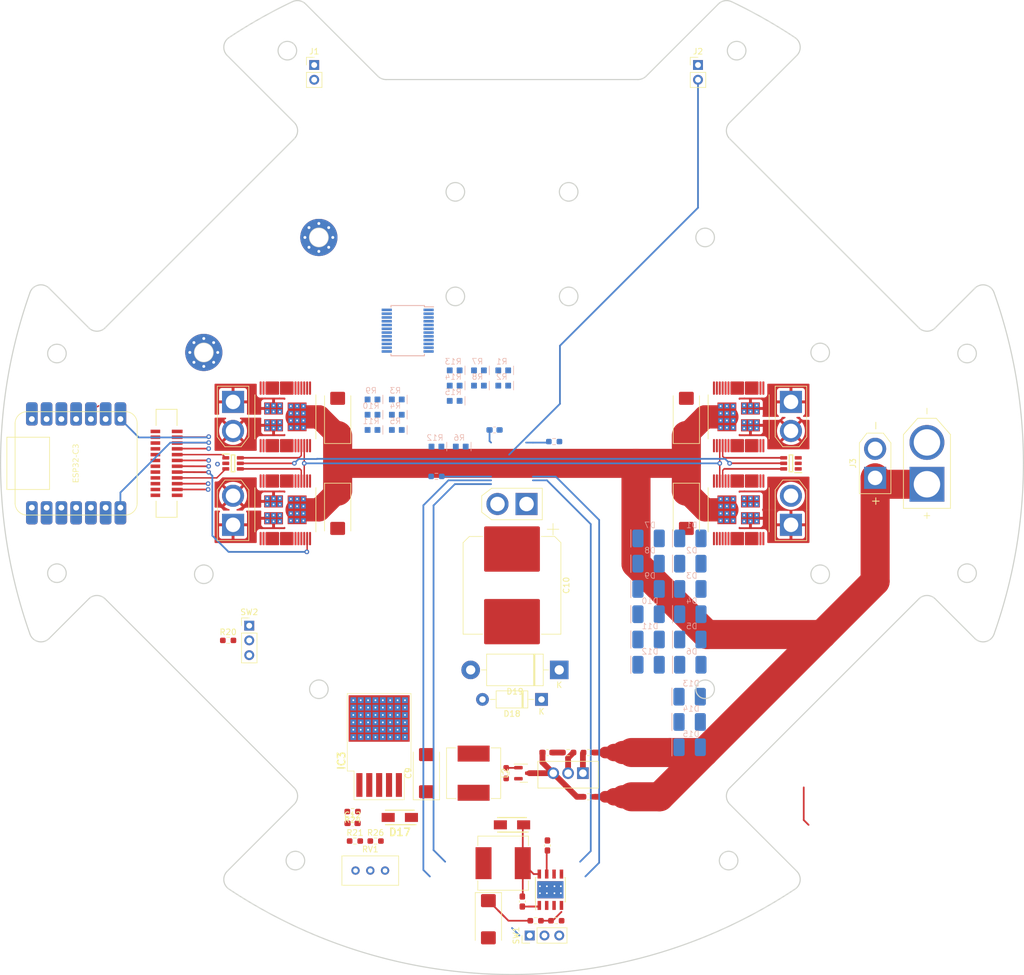
<source format=kicad_pcb>
(kicad_pcb (version 20221018) (generator pcbnew)
  (layers (0 "F.Cu" signal) (31 "B.Cu" signal) (34 "B.Paste" user) (35 "F.Paste" user) (36 "B.SilkS" user "B.Silkscreen") (37 "F.SilkS" user "F.Silkscreen") (38 "B.Mask" user) (39 "F.Mask" user) (44 "Edge.Cuts" user))
  (net 0 "")
  (net 1 "+5V")
  (net 2 "Net-(U3-BOOT)")
  (net 3 "Net-(D16-K)")
  (net 4 "+12V")
  (net 5 "GND")
  (net 6 "/FL DIR")
  (net 7 "/FR DIR")
  (net 8 "/!FR DIR")
  (net 9 "/!FL DIR")
  (net 10 "/BL DIR")
  (net 11 "/BR DIR")
  (net 12 "/!BR DIR")
  (net 13 "/!BL DIR")
  (net 14 "/LG")
  (net 15 "/FL B")
  (net 16 "/FL A")
  (net 17 "/FR B")
  (net 18 "/FR A")
  (net 20 "/TX")
  (net 22 "/RX")
  (net 24 "/FL PWM")
  (net 27 "/FR PWM")
  (net 30 "/BL PWM")
  (net 33 "/BR PWM")
  (net 37 "/BL B")
  (net 38 "/BL A")
  (net 39 "/BR B")
  (net 40 "/BR A")
  (net 41 "Net-(U2-I0)")
  (net 42 "Net-(U2-I1)")
  (net 43 "Net-(U2-I2)")
  (net 44 "Net-(U2-I3)")
  (net 45 "Net-(U2-I4)")
  (net 46 "Net-(U2-I5)")
  (net 47 "Net-(U2-I6)")
  (net 48 "Net-(U2-I7)")
  (net 49 "Net-(U2-I8)")
  (net 50 "Net-(U2-I9)")
  (net 51 "Net-(U2-I10)")
  (net 52 "Net-(U2-I11)")
  (net 53 "Net-(U2-I12)")
  (net 54 "Net-(U2-I13)")
  (net 55 "Net-(U2-I14)")
  (net 56 "/M1")
  (net 57 "Net-(U2-~{E})")
  (net 58 "Net-(U3-VSENSE)")
  (net 59 "/M SW")
  (net 61 "/S0")
  (net 62 "/S1")
  (net 63 "/S2")
  (net 64 "/S3")
  (net 65 "/Sol")
  (net 67 "+3V3")
  (net 70 "/EN 5V")
  (net 80 "Net-(D17-A)")
  (net 81 "+48V")
  (net 82 "Net-(D18-K)")
  (net 83 "Net-(D19-A)")
  (net 84 "Net-(IC3-COMP)")
  (net 85 "Net-(IC3-FDBK)")
  (net 86 "Net-(Q1-Pad1)")
  (net 87 "Net-(Q2-D)")
  (net 88 "Net-(C12-Pad1)")
  (net 89 "Net-(C11-Pad1)")
  (net 90 "Net-(R21-Pad2)")
  (net 92 "Net-(SW2-B)")
  (footprint "Diode_THT:D_DO-201AD_P15.24mm_Horizontal" (layer "F.Cu") (at 114.28557 147.591132 180)
    (fp_text reference "D19")
    (fp_text value "1N5401")
  )
  (footprint "Connector_PinHeader_2.54mm:PinHeader_1x02_P2.54mm_Vertical" (layer "F.Cu") (at 72.12157 43.451132)
    (fp_text reference "J1")
    (fp_text value "LG LED")
  )
  (footprint "Capacitor_SMD:C_0603_1608Metric_Pad1.08x0.95mm_HandSolder" (layer "F.Cu") (at 78.72557 174.007132)
    (fp_text reference "C12")
    (fp_text value "1u")
  )
  (footprint "Capacitor_Tantalum_SMD:CP_EIA-7343-30_AVX-N_Pad2.25x2.55mm_HandSolder" (layer "F.Cu") (at 102.09357 190.517132 -90)
    (fp_text reference "C7" hide)
    (fp_text value "220u" hide)
  )
  (footprint "Resistor_SMD:R_0603_1608Metric_Pad0.98x0.95mm_HandSolder" (layer "F.Cu") (at 113.77757 190.771132)
    (fp_text reference "R19" hide)
    (fp_text value "3K24" hide)
  )
  (footprint "footprints:SOP50P1030X247-39N" (layer "F.Cu") (at 145.15757 104.031132 -90)
    (fp_text reference "U5" hide)
    (fp_text value "VNH5050A-E" hide)
  )
  (footprint "Resistor_SMD:R_0603_1608Metric_Pad0.98x0.95mm_HandSolder" (layer "F.Cu") (at 119.36557 169.435132 180)
    (fp_text reference "R25" hide)
    (fp_text value "10K" hide)
  )
  (footprint "footprints:TO255P1040X460X2890-3" (layer "F.Cu") (at 118.35957 165.371132 180)
    (fp_text reference "Q1" hide)
    (fp_text value "STP75NF75" hide)
  )
  (footprint "footprints:SOT95P280X145-6N" (layer "F.Cu") (at 154.15757 112.031132 180)
    (fp_text reference "IC1" hide)
    (fp_text value "SN74LVC2G04DBVTG4" hide)
  )
  (footprint "Capacitor_SMD:C_0603_1608Metric_Pad1.08x0.95mm_HandSolder" (layer "F.Cu") (at 112.25357 177.817132 90)
    (fp_text reference "C8" hide)
    (fp_text value "10u" hide)
  )
  (footprint "Capacitor_Tantalum_SMD:CP_EIA-7343-31_Kemet-D_Pad2.25x2.55mm_HandSolder" (layer "F.Cu") (at 76.15757 120.031132 -90)
    (fp_text reference "C5" hide)
    (fp_text value "220u" hide)
  )
  (footprint "MountingHole:MountingHole_3.2mm_M3_Pad_Via" (layer "F.Cu") (at 53.124697 92.939008)
    (fp_text reference "REF**" hide)
    (fp_text value "MountingHole_3.2mm_M3_Pad_Via" hide)
  )
  (footprint "Package_TO_SOT_SMD:SOT-23" (layer "F.Cu") (at 108.19957 165.371132)
    (fp_text reference "Q2" hide)
    (fp_text value "AO3400A" hide)
  )
  (footprint "Capacitor_Tantalum_SMD:CP_EIA-7343-31_Kemet-D_Pad2.25x2.55mm_HandSolder" (layer "F.Cu") (at 136.15757 120.031132 -90)
    (fp_text reference "C6" hide)
    (fp_text value "220u" hide)
  )
  (footprint "Inductor_SMD:L_Sunlord_MWSA0804S" (layer "F.Cu") (at 99.55357 165.371132 -90)
    (fp_text reference "L2")
    (fp_text value "150u")
  )
  (footprint "Resistor_SMD:R_0603_1608Metric_Pad0.98x0.95mm_HandSolder" (layer "F.Cu") (at 119.37557 161.815132 180)
    (fp_text reference "R23" hide)
    (fp_text value "1K" hide)
  )
  (footprint "Capacitor_Tantalum_SMD:CP_EIA-7343-31_Kemet-D_Pad2.25x2.55mm_HandSolder" (layer "F.Cu") (at 76.15757 104.031132 90)
    (fp_text reference "C3" hide)
    (fp_text value "220u" hide)
  )
  (footprint "Inductor_SMD:L_Sunlord_MWSA0804S" (layer "F.Cu") (at 104.63357 180.865132 180)
    (fp_text reference "L1" hide)
    (fp_text value "15u" hide)
  )
  (footprint "footprints:SOT95P280X145-6N" (layer "F.Cu") (at 58.15757 112.031132)
    (fp_text reference "IC2" hide)
    (fp_text value "SN74LVC2G04DBVTG4" hide)
  )
  (footprint "Capacitor_SMD:C_0603_1608Metric_Pad1.08x0.95mm_HandSolder" (layer "F.Cu") (at 107.93557 187.469132 90)
    (fp_text reference "C2" hide)
    (fp_text value "10n" hide)
  )
  (footprint "footprints:TO170P1435X465-6N" (layer "F.Cu") (at 83.29757 160.558132 90)
    (fp_text reference "IC3")
    (fp_text value "LM2587S-ADJ_NOPB" hide)
  )
  (footprint "footprints:SOP50P1030X247-39N" (layer "F.Cu") (at 145.15757 120.031132 -90)
    (fp_text reference "U7" hide)
    (fp_text value "VNH5050A-E" hide)
  )
  (footprint "footprints:AMASS_XT30-F" (layer "F.Cu") (at 168.64157 109.451132 90)
    (fp_text reference "J3")
    (fp_text value "ESC")
  )
  (footprint "footprints:AMASS_XT30-F" (layer "F.Cu") (at 103.57757 119.031132 180)
    (fp_text reference "J10" hide)
    (fp_text value "XT30" hide)
  )
  (footprint "MountingHole:MountingHole_3.2mm_M3_Pad_Via" (layer "F.Cu") (at 72.923687 73.140018)
    (fp_text reference "REF**" hide)
    (fp_text value "MountingHole_3.2mm_M3_Pad_Via" hide)
  )
  (footprint "Capacitor_SMD:C_0603_1608Metric_Pad1.08x0.95mm_HandSolder" (layer "F.Cu") (at 112.26357 161.815132 180)
    (fp_text reference "C11" hide)
    (fp_text value "1500pF" hide)
  )
  (footprint "footprints:DIOM5025X220N" (layer "F.Cu") (at 106.15757 174.261132 180)
    (fp_text reference "D16" hide)
    (fp_text value "SS54" hide)
  )
  (footprint "footprints:DIOM5025X220N" (layer "F.Cu") (at 86.85357 172.991132 180)
    (fp_text reference "D17")
    (fp_text value "SS510-HF" hide)
  )
  (footprint "Resistor_SMD:R_0603_1608Metric_Pad0.98x0.95mm_HandSolder" (layer "F.Cu") (at 57.31157 142.511132)
    (fp_text reference "R20")
    (fp_text value "10K")
  )
  (footprint "Capacitor_Tantalum_SMD:CP_EIA-7343-31_Kemet-D_Pad2.25x2.55mm_HandSolder" (layer "F.Cu") (at 136.15757 104.031132 90)
    (fp_text reference "C4" hide)
    (fp_text value "220u" hide)
  )
  (footprint "Connector_PinHeader_2.54mm:PinHeader_1x03_P2.54mm_Vertical" (layer "F.Cu") (at 60.94557 139.971132)
    (fp_text reference "SW2")
    (fp_text value "M SW")
  )
  (footprint "Capacitor_Tantalum_SMD:CP_EIA-7343-31_Kemet-D_Pad2.25x2.55mm_HandSolder" (layer "F.Cu") (at 91.42557 165.371132 90)
    (fp_text reference "C9")
    (fp_text value "220u")
  )
  (footprint "footprints:SOP50P1030X247-39N" (layer "F.Cu") (at 67.15757 104.031132 90)
    (fp_text reference "U4" hide)
    (fp_text value "VNH5050A-E" hide)
  )
  (footprint "footprints:AMASS_XT30-F" (layer "F.Cu") (at 154.15757 117.531132 90)
    (fp_text reference "J9" hide)
    (fp_text value "BR" hide)
  )
  (footprint "footprints:XIAO-ESP32C3-THT" (layer "F.Cu") (at 31.15757 112.031132 90)
    (fp_text reference "U1" hide)
    (fp_text value "Seeed Studio XIAO ESP32C3" hide)
  )
  (footprint "footprints:AMASS_XT30-F" (layer "F.Cu") (at 58.15757 117.531132 90)
    (fp_text reference "J8" hide)
    (fp_text value "BL" hide)
  )
  (footprint "Resistor_SMD:R_0603_1608Metric_Pad0.98x0.95mm_HandSolder" (layer "F.Cu") (at 82.68607 177.055132)
    (fp_text reference "R26")
    (fp_text value "1K5")
  )
  (footprint "Package_SO:TI_SO-PowerPAD-8_ThermalVias" (layer "F.Cu") (at 112.76157 185.437132 90)
    (fp_text reference "U3" hide)
    (fp_text value "TPS5430DDA" hide)
  )
  (footprint "footprints:SOP50P1030X247-39N" (layer "F.Cu") (at 67.15757 120.031132 90)
    (fp_text reference "U6" hide)
    (fp_text value "VNH5050A-E" hide)
  )
  (footprint "Resistor_SMD:R_0603_1608Metric_Pad0.98x0.95mm_HandSolder" (layer "F.Cu") (at 115.81957 161.815132 180)
    (fp_text reference "R22" hide)
    (fp_text value "20" hide)
  )
  (footprint "footprints:AMASS_XT30-F" (layer "F.Cu") (at 58.15757 106.531132 -90)
    (fp_text reference "J5" hide)
    (fp_text value "FL" hide)
  )
  (footprint "footprints:526101233" (layer "F.Cu") (at 46.72157 112.031132 -90)
    (fp_text reference "J7" hide)
    (fp_text value "52610-1233" hide)
  )
  (footprint "Resistor_SMD:R_0603_1608Metric_Pad0.98x0.95mm_HandSolder" (layer "F.Cu") (at 110.22157 190.771132)
    (fp_text reference "R18" hide)
    (fp_text value "10K" hide)
  )
  (footprint "Diode_THT:D_DO-41_SOD81_P10.16mm_Horizontal" (layer "F.Cu") (at 111.23757 152.671132 180)
    (fp_text reference "D18")
    (fp_text value "1N47xxA")
  )
  (footprint "Capacitor_SMD:CP_Elec_16x17.5" (layer "F.Cu") (at 106.15757 133.031132 -90)
    (fp_text reference "C10")
    (fp_text value "1000u")
  )
  (footprint "Resistor_SMD:R_0603_1608Metric_Pad0.98x0.95mm_HandSolder" (layer "F.Cu") (at 79.13007 177.055132)
    (fp_text reference "R21")
    (fp_text value "56K")
  )
  (footprint "footprints:AMASS_XT60-M" (layer "F.Cu") (at 177.55757 112.031132 90)
    (fp_text reference "J4" hide)
    (fp_text value "XT60" hide)
  )
  (footprint "Connector_PinHeader_2.54mm:PinHeader_1x02_P2.54mm_Vertical" (layer "F.Cu") (at 138.16157 43.451132)
    (fp_text reference "J2")
    (fp_text value "LG RES")
  )
  (footprint "footprints:AMASS_XT30-F" (layer "F.Cu") (at 154.15757 106.531132 -90)
    (fp_text reference "J6" hide)
    (fp_text value "FR" hide)
  )
  (footprint "Resistor_SMD:R_0603_1608Metric_Pad0.98x0.95mm_HandSolder" (layer "F.Cu") (at 105.15157 165.371132 -90)
    (fp_text reference "R27" hide)
    (fp_text value "10K" hide)
  )
  (footprint "Connector_PinHeader_2.54mm:PinHeader_1x03_P2.54mm_Vertical" (layer "F.Cu") (at 109.20557 193.311132 90)
    (fp_text reference "SW1")
    (fp_text value "5V SW")
  )
  (footprint "Potentiometer_THT:Potentiometer_Bourns_3296W_Vertical" (layer "F.Cu") (at 84.31357 182.135132)
    (fp_text reference "RV1")
    (fp_text value "10K")
  )
  (footprint "Resistor_SMD:R_0603_1608Metric_Pad0.98x0.95mm_HandSolder" (layer "F.Cu") (at 78.72557 171.975132 180)
    (fp_text reference "R24")
    (fp_text value "2K94")
  )
  (footprint "footprints:ALS-PT19" (layer "B.Cu") (at 86.33557 101.031132 180)
    (fp_text reference "R3")
    (fp_text value "R_Photo")
  )
  (footprint "Resistor_SMD:R_0603_1608Metric_Pad0.98x0.95mm_HandSolder" (layer "B.Cu") (at 93.15757 114.281132)
    (fp_text reference "R17" hide)
    (fp_text value "10K" hide)
  )
  (footprint "footprints:ALS-PT19" (layer "B.Cu") (at 97.33557 109.144496 180)
    (fp_text reference "R6")
    (fp_text value "R_Photo")
  )
  (footprint "footprints:LED-3528" (layer "B.Cu") (at 129.65257 146.703132 180)
    (fp_text reference "D12")
    (fp_text value "LED")
  )
  (footprint "footprints:ALS-PT19" (layer "B.Cu") (at 100.46907 98.648496 180)
    (fp_text reference "R8")
    (fp_text value "R_Photo")
  )
  (footprint "footprints:ALS-PT19" (layer "B.Cu") (at 82.15757 106.279132 180)
    (fp_text reference "R11")
    (fp_text value "R_Photo")
  )
  (footprint "Resistor_SMD:R_0603_1608Metric_Pad0.98x0.95mm_HandSolder" (layer "B.Cu") (at 113.40757 108.281132 180)
    (fp_text reference "R16" hide)
    (fp_text value "3K" hide)
  )
  (footprint "footprints:ALS-PT19" (layer "B.Cu") (at 100.46907 96.024496 180)
    (fp_text reference "R7")
    (fp_text value "R_Photo")
  )
  (footprint "footprints:LED-3528" (layer "B.Cu") (at 136.83357 133.653132 180)
    (fp_text reference "D3")
    (fp_text value "LED")
  )
  (footprint "footprints:ALS-PT19" (layer "B.Cu") (at 104.64707 96.024496 180)
    (fp_text reference "R1")
    (fp_text value "R_Photo")
  )
  (footprint "footprints:LED-3528" (layer "B.Cu") (at 129.65257 138.003132 180)
    (fp_text reference "D10")
    (fp_text value "LED")
  )
  (footprint "footprints:LED-3528" (layer "B.Cu") (at 136.72157 160.903132 180)
    (fp_text reference "D15")
    (fp_text value "LED")
  )
  (footprint "footprints:ALS-PT19" (layer "B.Cu") (at 82.15757 101.031132 180)
    (fp_text reference "R9")
    (fp_text value "R_Photo")
  )
  (footprint "footprints:ALS-PT19" (layer "B.Cu") (at 104.64707 98.648496 180)
    (fp_text reference "R2")
    (fp_text value "R_Photo")
  )
  (footprint "footprints:LED-3528" (layer "B.Cu") (at 136.83357 146.703132 180)
    (fp_text reference "D6")
    (fp_text value "LED")
  )
  (footprint "footprints:LED-3528" (layer "B.Cu") (at 136.83357 142.353132 180)
    (fp_text reference "D5")
    (fp_text value "LED")
  )
  (footprint "footprints:ALS-PT19" (layer "B.Cu") (at 93.15757 109.144496 180)
    (fp_text reference "R12")
    (fp_text value "R_Photo")
  )
  (footprint "footprints:ALS-PT19" (layer "B.Cu") (at 96.29107 101.272496 180)
    (fp_text reference "R15")
    (fp_text value "R_Photo")
  )
  (footprint "Capacitor_SMD:C_0603_1608Metric_Pad1.08x0.95mm_HandSolder" (layer "B.Cu") (at 103.15757 106.281132 180)
    (fp_text reference "C1" hide)
    (fp_text value "10n" hide)
  )
  (footprint "footprints:LED-3528" (layer "B.Cu") (at 129.65257 129.303132 180)
    (fp_text reference "D8")
    (fp_text value "LED")
  )
  (footprint "footprints:LED-3528" (layer "B.Cu") (at 136.72157 152.203132 180)
    (fp_text reference "D13")
    (fp_text value "LED")
  )
  (footprint "footprints:LED-3528" (layer "B.Cu") (at 136.83357 138.003132 180)
    (fp_text reference "D4")
    (fp_text value "LED")
  )
  (footprint "footprints:ALS-PT19" (layer "B.Cu") (at 82.15757 103.655132 180)
    (fp_text reference "R10")
    (fp_text value "R_Photo")
  )
  (footprint "footprints:LED-3528" (layer "B.Cu") (at 136.83357 124.953132 180)
    (fp_text reference "D1")
    (fp_text value "LED")
  )
  (footprint "footprints:ALS-PT19" (layer "B.Cu") (at 96.29107 98.648496 180)
    (fp_text reference "R14")
    (fp_text value "R_Photo")
  )
  (footprint "footprints:LED-3528" (layer "B.Cu") (at 129.65257 124.953132 180)
    (fp_text reference "D7")
    (fp_text value "LED")
  )
  (footprint "footprints:LED-3528" (layer "B.Cu") (at 129.65257 142.353132 180)
    (fp_text reference "D11")
    (fp_text value "LED")
  )
  (footprint "footprints:ALS-PT19" (layer "B.Cu") (at 86.33557 106.279132 180)
    (fp_text reference "R5")
    (fp_text value "R_Photo")
  )
  (footprint "footprints:LED-3528" (layer "B.Cu") (at 136.72157 156.553132 180)
    (fp_text reference "D14")
    (fp_text value "LED")
  )
  (footprint "footprints:ALS-PT19" (layer "B.Cu") (at 96.29107 96.024496 180)
    (fp_text reference "R13")
    (fp_text value "R_Photo")
  )
  (footprint "Package_SO:SSOP-24_5.3x8.2mm_P0.65mm" (layer "B.Cu") (at 88.20657 89.190132 180)
    (fp_text reference "U2" hide)
    (fp_text value "CD74HC4067SM" hide)
  )
  (footprint "footprints:LED-3528" (layer "B.Cu") (at 129.65257 133.653132 180)
    (fp_text reference "D9")
    (fp_text value "LED")
  )
  (footprint "footprints:LED-3528" (layer "B.Cu") (at 136.83357 129.303132 180)
    (fp_text reference "D2")
    (fp_text value "LED")
  )
  (footprint "footprints:ALS-PT19" (layer "B.Cu") (at 86.33557 103.655132 180)
    (fp_text reference "R4")
    (fp_text value "R_Photo")
  )
  (gr_circle (center 184.46294 93.122626) (end 186.06294 93.122626) (stroke (width 0.2)) (fill none) (layer "Edge.Cuts"))
  (gr_arc (start 57.153067 41.813049) (mid 56.577171 40.200178) (end 57.460527 38.732973) (stroke (width 0.2)) (layer "Edge.Cuts"))
  (gr_line (start 176.161277 88.696367) (end 143.634365 56.169455) (stroke (width 0.2)) (layer "Edge.Cuts"))
  (gr_circle (center 139.391725 73.140018) (end 140.991725 73.140018) (stroke (width 0.2)) (fill none) (layer "Edge.Cuts"))
  (gr_arc (start 189.101089 141.431491) (mid 187.657104 142.71405) (end 185.801798 142.177509) (stroke (width 0.2)) (layer "Edge.Cuts"))
  (gr_arc (start 154.854885 38.732973) (mid 155.73824 40.200177) (end 155.162345 41.813049) (stroke (width 0.2)) (layer "Edge.Cuts"))
  (gr_arc (start 23.214323 141.431491) (mid 18.157706 112.030891) (end 23.214323 82.630291) (stroke (width 0.2)) (layer "Edge.Cuts"))
  (gr_line (start 127.829279 45.957487) (end 84.486133 45.957487) (stroke (width 0.2)) (layer "Edge.Cuts"))
  (gr_line (start 178.989704 135.365415) (end 185.801798 142.177509) (stroke (width 0.2)) (layer "Edge.Cuts"))
  (gr_circle (center 53.124697 92.939008) (end 54.724697 92.939008) (stroke (width 0.2)) (fill none) (layer "Edge.Cuts"))
  (gr_line (start 141.668139 32.947054) (end 129.243492 45.371701) (stroke (width 0.2)) (layer "Edge.Cuts"))
  (gr_circle (center 96.407706 65.289487) (end 98.007706 65.289487) (stroke (width 0.2)) (fill none) (layer "Edge.Cuts"))
  (gr_arc (start 68.681047 53.341028) (mid 69.266833 54.755241) (end 68.681047 56.169455) (stroke (width 0.2)) (layer "Edge.Cuts"))
  (gr_arc (start 143.941066 32.554997) (mid 149.50817 35.449319) (end 154.854885 38.732973) (stroke (width 0.2)) (layer "Edge.Cuts"))
  (gr_arc (start 129.243492 45.371701) (mid 128.594644 45.805238) (end 127.829279 45.957487) (stroke (width 0.2)) (layer "Edge.Cuts"))
  (gr_circle (center 96.407706 83.289487) (end 98.007706 83.289487) (stroke (width 0.2)) (fill none) (layer "Edge.Cuts"))
  (gr_line (start 143.634365 53.341028) (end 155.162345 41.813049) (stroke (width 0.2)) (layer "Edge.Cuts"))
  (gr_line (start 143.634365 167.892327) (end 176.161277 135.365415) (stroke (width 0.2)) (layer "Edge.Cuts"))
  (gr_circle (center 27.852472 93.122626) (end 29.452472 93.122626) (stroke (width 0.2)) (fill none) (layer "Edge.Cuts"))
  (gr_circle (center 115.907706 83.289487) (end 117.507706 83.289487) (stroke (width 0.2)) (fill none) (layer "Edge.Cuts"))
  (gr_circle (center 27.852472 130.939156) (end 29.452472 130.939156) (stroke (width 0.2)) (fill none) (layer "Edge.Cuts"))
  (gr_arc (start 143.634365 56.169455) (mid 143.048578 54.755241) (end 143.634365 53.341028) (stroke (width 0.2)) (layer "Edge.Cuts"))
  (gr_arc (start 189.101089 82.630291) (mid 194.157706 112.030891) (end 189.101089 141.431491) (stroke (width 0.2)) (layer "Edge.Cuts"))
  (gr_line (start 68.681047 170.720754) (end 57.153067 182.248733) (stroke (width 0.2)) (layer "Edge.Cuts"))
  (gr_line (start 155.162345 182.248733) (end 143.634365 170.720754) (stroke (width 0.2)) (layer "Edge.Cuts"))
  (gr_arc (start 143.634365 170.720754) (mid 143.048578 169.306541) (end 143.634365 167.892327) (stroke (width 0.2)) (layer "Edge.Cuts"))
  (gr_circle (center 184.46294 130.939156) (end 186.06294 130.939156) (stroke (width 0.2)) (fill none) (layer "Edge.Cuts"))
  (gr_arc (start 26.513614 142.177509) (mid 24.658306 142.714048) (end 23.214323 141.431491) (stroke (width 0.2)) (layer "Edge.Cuts"))
  (gr_circle (center 53.124697 131.122774) (end 54.724697 131.122774) (stroke (width 0.2)) (fill none) (layer "Edge.Cuts"))
  (gr_arc (start 141.668139 32.947054) (mid 142.74239 32.390405) (end 143.941066 32.554997) (stroke (width 0.2)) (layer "Edge.Cuts"))
  (gr_circle (center 139.391725 150.921764) (end 140.991725 150.921764) (stroke (width 0.2)) (fill none) (layer "Edge.Cuts"))
  (gr_circle (center 72.923687 73.140018) (end 74.523687 73.140018) (stroke (width 0.2)) (fill none) (layer "Edge.Cuts"))
  (gr_circle (center 143.430837 180.41672) (end 145.030837 180.41672) (stroke (width 0.2)) (fill none) (layer "Edge.Cuts"))
  (gr_arc (start 57.460527 38.732973) (mid 62.807242 35.44932) (end 68.374346 32.554997) (stroke (width 0.2)) (layer "Edge.Cuts"))
  (gr_line (start 36.154135 135.365415) (end 68.681047 167.892327) (stroke (width 0.2)) (layer "Edge.Cuts"))
  (gr_arc (start 176.161277 135.365415) (mid 177.575491 134.779628) (end 178.989704 135.365415) (stroke (width 0.2)) (layer "Edge.Cuts"))
  (gr_circle (center 159.190715 92.939008) (end 160.790715 92.939008) (stroke (width 0.2)) (fill none) (layer "Edge.Cuts"))
  (gr_line (start 26.513614 142.177509) (end 33.325708 135.365415) (stroke (width 0.2)) (layer "Edge.Cuts"))
  (gr_line (start 83.07192 45.371701) (end 70.647273 32.947054) (stroke (width 0.2)) (layer "Edge.Cuts"))
  (gr_arc (start 57.460527 185.328809) (mid 56.577171 183.861604) (end 57.153067 182.248733) (stroke (width 0.2)) (layer "Edge.Cuts"))
  (gr_circle (center 159.190715 131.122774) (end 160.790715 131.122774) (stroke (width 0.2)) (fill none) (layer "Edge.Cuts"))
  (gr_arc (start 154.854885 185.328809) (mid 106.157706 200.030891) (end 57.460527 185.328809) (stroke (width 0.2)) (layer "Edge.Cuts"))
  (gr_arc (start 68.374346 32.554997) (mid 69.573019 32.390372) (end 70.647273 32.947054) (stroke (width 0.2)) (layer "Edge.Cuts"))
  (gr_line (start 57.153067 41.813049) (end 68.681047 53.341028) (stroke (width 0.2)) (layer "Edge.Cuts"))
  (gr_circle (center 115.907706 65.289487) (end 117.507706 65.289487) (stroke (width 0.2)) (fill none) (layer "Edge.Cuts"))
  (gr_arc (start 178.989704 88.696367) (mid 177.575491 89.282154) (end 176.161277 88.696367) (stroke (width 0.2)) (layer "Edge.Cuts"))
  (gr_arc (start 84.486133 45.957487) (mid 83.720766 45.805246) (end 83.07192 45.371701) (stroke (width 0.2)) (layer "Edge.Cuts"))
  (gr_circle (center 68.884575 180.41672) (end 70.484575 180.41672) (stroke (width 0.2)) (fill none) (layer "Edge.Cuts"))
  (gr_arc (start 155.162345 182.248733) (mid 155.738246 183.861606) (end 154.854885 185.328809) (stroke (width 0.2)) (layer "Edge.Cuts"))
  (gr_arc (start 68.681047 167.892327) (mid 69.266833 169.306541) (end 68.681047 170.720754) (stroke (width 0.2)) (layer "Edge.Cuts"))
  (gr_arc (start 36.154135 88.696367) (mid 34.739921 89.282154) (end 33.325708 88.696367) (stroke (width 0.2)) (layer "Edge.Cuts"))
  (gr_circle (center 67.503373 40.983255) (end 69.103373 40.983255) (stroke (width 0.2)) (fill none) (layer "Edge.Cuts"))
  (gr_line (start 68.681047 56.169455) (end 36.154135 88.696367) (stroke (width 0.2)) (layer "Edge.Cuts"))
  (gr_line (start 33.325708 88.696367) (end 26.513614 81.884273) (stroke (width 0.2)) (layer "Edge.Cuts"))
  (gr_arc (start 185.801798 81.884273) (mid 187.657102 81.34774) (end 189.101089 82.630291) (stroke (width 0.2)) (layer "Edge.Cuts"))
  (gr_circle (center 72.923687 150.921764) (end 74.523687 150.921764) (stroke (width 0.2)) (fill none) (layer "Edge.Cuts"))
  (gr_arc (start 23.214323 82.630291) (mid 24.658306 81.347734) (end 26.513614 81.884273) (stroke (width 0.2)) (layer "Edge.Cuts"))
  (gr_circle (center 144.812039 40.983255) (end 146.412039 40.983255) (stroke (width 0.2)) (fill none) (layer "Edge.Cuts"))
  (gr_line (start 185.801798 81.884273) (end 178.989704 88.696367) (stroke (width 0.2)) (layer "Edge.Cuts"))
  (gr_arc (start 33.325708 135.365415) (mid 34.739921 134.779628) (end 36.154135 135.365415) (stroke (width 0.2)) (layer "Edge.Cuts"))
  (segment (start 157.18957 174.271132) (end 156.35457 173.436132) (width 0.3) (layer "F.Cu") (net 1))
  (segment (start 103.82057 189.044132) (end 102.09357 187.317132) (width 0.3) (layer "F.Cu") (net 1))
  (segment (start 104.83657 190.060132) (end 103.82057 189.044132) (width 0.3) (layer "F.Cu") (net 1))
  (segment (start 105.54757 190.771132) (end 103.82057 189.044132) (width 0.3) (layer "F.Cu") (net 1))
  (segment (start 156.35457 173.436132) (end 156.35457 167.819132) (width 0.3) (layer "F.Cu") (net 1))
  (segment (start 109.30907 190.771132) (end 105.54757 190.771132) (width 0.3) (layer "F.Cu") (net 1))
  (segment (start 102.29507 106.281132) (end 102.29507 108.193632) (width 0.3) (layer "B.Cu") (net 1))
  (segment (start 102.29507 108.193632) (end 102.55757 108.456132) (width 0.3) (layer "B.Cu") (net 1))
  (segment (start 108.95157 188.331632) (end 110.66207 188.331632) (width 0.3) (layer "F.Cu") (net 2))
  (segment (start 107.93557 188.331632) (end 110.66207 188.331632) (width 0.3) (layer "F.Cu") (net 2))
  (segment (start 110.66207 188.331632) (end 110.85657 188.137132) (width 0.25) (layer "F.Cu") (net 2))
  (segment (start 108.00857 180.865132) (end 108.00857 174.410132) (width 0.3) (layer "F.Cu") (net 3))
  (segment (start 108.00857 186.533632) (end 108.00857 180.865132) (width 0.3) (layer "F.Cu") (net 3))
  (segment (start 109.88057 182.737132) (end 108.00857 180.865132) (width 0.3) (layer "F.Cu") (net 3))
  (segment (start 107.93557 186.606632) (end 108.00857 186.533632) (width 0.3) (layer "F.Cu") (net 3))
  (segment (start 110.85657 182.737132) (end 109.88057 182.737132) (width 0.3) (layer "F.Cu") (net 3))
  (segment (start 108.15757 180.716132) (end 108.00857 180.865132) (width 0.25) (layer "F.Cu") (net 3))
  (segment (start 139.35757 104.031132) (end 136.15757 107.231132) (width 4) (layer "F.Cu") (net 4))
  (segment (start 143.13257 120.031132) (end 139.35757 120.031132) (width 4) (layer "F.Cu") (net 4))
  (segment (start 168.64157 132.351132) (end 159.49757 141.495132) (width 5) (layer "F.Cu") (net 4))
  (segment (start 131.55757 169.435132) (end 126.73157 169.435132) (width 5) (layer "F.Cu") (net 4))
  (segment (start 168.64157 114.531132) (end 168.64157 132.351132) (width 5) (layer "F.Cu") (net 4))
  (segment (start 76.15757 112.031132) (end 127.49357 112.031132) (width 5) (layer "F.Cu") (net 4))
  (segment (start 120.28807 161.815132) (end 122.15957 161.815132) (width 1) (layer "F.Cu") (net 4))
  (segment (start 125.20757 161.815132) (end 126.73157 161.815132) (width 4) (layer "F.Cu") (net 4))
  (segment (start 72.95757 120.031132) (end 76.15757 116.831132) (width 4) (layer "F.Cu") (net 4))
  (segment (start 137.09157 107.081882) (end 137.092 107.082312) (width 0.3) (layer "F.Cu") (net 4))
  (segment (start 177.55757 115.631132) (end 169.74157 115.631132) (width 5) (layer "F.Cu") (net 4))
  (segment (start 133.33557 161.815132) (end 126.73157 161.815132) (width 5) (layer "F.Cu") (net 4))
  (segment (start 133.33557 161.815132) (end 139.17757 161.815132) (width 5) (layer "F.Cu") (net 4))
  (segment (start 136.15757 112.031132) (end 136.15757 107.231132) (width 5) (layer "F.Cu") (net 4))
  (segment (start 112.12657 178.806632) (end 112.25357 178.679632) (width 0.25) (layer "F.Cu") (net 4))
  (segment (start 139.17757 161.815132) (end 159.49757 141.495132) (width 5) (layer "F.Cu") (net 4))
  (segment (start 69.18257 120.031132) (end 72.95757 120.031132) (width 4) (layer "F.Cu") (net 4))
  (segment (start 139.17757 161.815132) (end 131.55757 169.435132) (width 5) (layer "F.Cu") (net 4))
  (segment (start 139.35757 120.031132) (end 136.15757 116.831132) (width 4) (layer "F.Cu") (net 4))
  (segment (start 120.46182 169.435132) (end 122.33332 169.435132) (width 1) (layer "F.Cu") (net 4))
  (segment (start 76.15757 116.831132) (end 76.15757 107.231132) (width 5) (layer "F.Cu") (net 4))
  (segment (start 122.15957 169.435132) (end 123.68357 169.435132) (width 2) (layer "F.Cu") (net 4))
  (segment (start 123.68357 169.435132) (end 125.20757 169.435132) (width 3) (layer "F.Cu") (net 4))
  (segment (start 69.18257 104.031132) (end 72.95757 104.031132) (width 4) (layer "F.Cu") (net 4))
  (segment (start 112.12657 182.737132) (end 112.12657 178.806632) (width 0.3) (layer "F.Cu") (net 4))
  (segment (start 159.49757 141.495132) (end 139.68557 141.495132) (width 5) (layer "F.Cu") (net 4))
  (segment (start 72.95757 104.031132) (end 76.15757 107.231132) (width 4) (layer "F.Cu") (net 4))
  (segment (start 122.15957 161.815132) (end 123.68357 161.815132) (width 2) (layer "F.Cu") (net 4))
  (segment (start 136.15757 116.831132) (end 136.15757 112.031132) (width 5) (layer "F.Cu") (net 4))
  (segment (start 169.74157 115.631132) (end 168.64157 114.531132) (width 5) (layer "F.Cu") (net 4))
  (segment (start 143.13257 104.031132) (end 139.35757 104.031132) (width 4) (layer "F.Cu") (net 4))
  (segment (start 127.49357 129.303132) (end 127.49357 112.031132) (width 5) (layer "F.Cu") (net 4))
  (segment (start 123.68357 161.815132) (end 125.20757 161.815132) (width 3) (layer "F.Cu") (net 4))
  (segment (start 125.20757 169.435132) (end 126.73157 169.435132) (width 4) (layer "F.Cu") (net 4))
  (segment (start 139.68557 141.495132) (end 127.49357 129.303132) (width 5) (layer "F.Cu") (net 4))
  (segment (start 127.49357 112.031132) (end 136.15757 112.031132) (width 5) (layer "F.Cu") (net 4))
  (via (at 55.48457 112.158132) (size 0.8) (drill 0.4) (layers "F.Cu" "B.Cu") (net 5))
  (segment (start 56.90757 111.081132) (end 56.35757 110.531132) (width 0.25) (layer "F.Cu") (net 6))
  (segment (start 56.35757 110.531132) (end 48.54657 110.531132) (width 0.25) (layer "F.Cu") (net 6))
  (segment (start 53.96057 112.539132) (end 48.54657 112.531132) (width 0.3) (layer "F.Cu") (net 7))
  (segment (start 53.95257 112.531132) (end 53.96057 112.539132) (width 0.3) (layer "F.Cu") (net 7))
  (via (at 53.96057 112.539132) (size 0.8) (drill 0.4) (layers "F.Cu" "B.Cu") (net 7))
  (segment (start 142.67257 111.081132) (end 152.90757 111.081132) (width 0.3) (layer "F.Cu") (net 8))
  (segment (start 142.40757 110.816132) (end 142.67257 111.081132) (width 0.25) (layer "F.Cu") (net 8))
  (segment (start 142.40757 108.989132) (end 142.40757 110.816132) (width 0.25) (layer "F.Cu") (net 8))
  (segment (start 69.51557 111.081132) (end 59.40757 111.081132) (width 0.3) (layer "F.Cu") (net 9))
  (segment (start 69.90757 110.689132) (end 69.51557 111.081132) (width 0.25) (layer "F.Cu") (net 9))
  (segment (start 69.90757 108.989132) (end 69.90757 110.689132) (width 0.25) (layer "F.Cu") (net 9))
  (segment (start 55.35757 114.531132) (end 48.54657 114.531132) (width 0.25) (layer "F.Cu") (net 10))
  (segment (start 56.90757 112.981132) (end 55.35757 114.531132) (width 0.25) (layer "F.Cu") (net 10))
  (segment (start 53.870573 116.531132) (end 53.87107 116.530635) (width 0.3) (layer "F.Cu") (net 11))
  (segment (start 53.871567 116.531132) (end 53.96057 116.531132) (width 0.3) (layer "F.Cu") (net 11))
  (segment (start 53.87107 116.530635) (end 53.871567 116.531132) (width 0.3) (layer "F.Cu") (net 11))
  (segment (start 48.54657 116.531132) (end 53.870573 116.531132) (width 0.3) (layer "F.Cu") (net 11))
  (via (at 53.87107 116.530635) (size 0.8) (drill 0.4) (layers "F.Cu" "B.Cu") (net 11))
  (segment (start 142.67257 112.981132) (end 152.90757 112.981132) (width 0.3) (layer "F.Cu") (net 12))
  (segment (start 142.40757 113.246132) (end 142.67257 112.981132) (width 0.25) (layer "F.Cu") (net 12))
  (segment (start 142.40757 115.073132) (end 142.40757 113.246132) (width 0.25) (layer "F.Cu") (net 12))
  (segment (start 69.90757 113.246132) (end 69.64257 112.981132) (width 0.25) (layer "F.Cu") (net 13))
  (segment (start 69.64257 112.981132) (end 59.40757 112.981132) (width 0.3) (layer "F.Cu") (net 13))
  (segment (start 69.90757 115.073132) (end 69.90757 113.246132) (width 0.25) (layer "F.Cu") (net 13))
  (segment (start 105.65757 110.531132) (end 114.40757 101.781132) (width 0.3) (layer "B.Cu") (net 14))
  (segment (start 114.40757 101.781132) (end 114.40757 91.781132) (width 0.3) (layer "B.Cu") (net 14))
  (segment (start 114.40757 91.781132) (end 138.16157 68.027132) (width 0.3) (layer "B.Cu") (net 14))
  (segment (start 138.16157 68.027132) (end 138.16157 45.991132) (width 0.3) (layer "B.Cu") (net 14))
  (segment (start 53.975 108.458) (end 53.975 108.531132) (width 0.3) (layer "F.Cu") (net 20))
  (segment (start 48.54657 108.531132) (end 48.619702 108.458) (width 0.3) (layer "F.Cu") (net 20))
  (segment (start 48.619702 108.458) (end 53.975 108.458) (width 0.3) (layer "F.Cu") (net 20))
  (via (at 53.975 108.458) (size 0.8) (drill 0.4) (layers "F.Cu" "B.Cu") (net 20))
  (segment (start 47.371 108.458) (end 53.975 108.458) (width 0.3) (layer "B.Cu") (net 20))
  (segment (start 38.77757 119.651132) (end 38.77757 117.05143) (width 0.3) (layer "B.Cu") (net 20))
  (segment (start 38.77757 117.05143) (end 47.371 108.458) (width 0.3) (layer "B.Cu") (net 20))
  (segment (start 48.54657 107.531132) (end 53.885868 107.531132) (width 0.3) (layer "F.Cu") (net 22))
  (segment (start 53.885868 107.531132) (end 53.975 107.442) (width 0.3) (layer "F.Cu") (net 22))
  (via (at 53.975 107.442) (size 0.8) (drill 0.4) (layers "F.Cu" "B.Cu") (net 22))
  (segment (start 41.935438 107.569) (end 53.848 107.569) (width 0.3) (layer "B.Cu") (net 22))
  (segment (start 38.77757 104.411132) (end 41.935438 107.569) (width 0.3) (layer "B.Cu") (net 22))
  (segment (start 53.848 107.569) (end 53.975 107.442) (width 0.3) (layer "B.Cu") (net 22))
  (segment (start 53.96057 109.491132) (end 48.49957 109.491132) (width 0.3) (layer "F.Cu") (net 24))
  (via (at 53.96057 109.491132) (size 0.8) (drill 0.4) (layers "F.Cu" "B.Cu") (net 24))
  (segment (start 53.95257 111.531132) (end 53.96057 111.523132) (width 0.3) (layer "F.Cu") (net 27))
  (segment (start 53.96057 111.523132) (end 48.54657 111.531132) (width 0.3) (layer "F.Cu") (net 27))
  (via (at 53.96057 111.523132) (size 0.8) (drill 0.4) (layers "F.Cu" "B.Cu") (net 27))
  (segment (start 53.96057 113.555132) (end 48.54657 113.531132) (width 0.3) (layer "F.Cu") (net 30))
  (segment (start 53.93657 113.531132) (end 53.96057 113.555132) (width 0.3) (layer "F.Cu") (net 30))
  (segment (start 70.85157 127.271132) (end 70.90757 127.215132) (width 0.25) (layer "F.Cu") (net 30))
  (segment (start 70.90757 127.215132) (end 70.90757 124.989132) (width 0.25) (layer "F.Cu") (net 30))
  (via (at 53.96057 113.555132) (size 0.8) (drill 0.4) (layers "F.Cu" "B.Cu") (net 30))
  (via (at 70.85157 127.271132) (size 0.8) (drill 0.4) (layers "F.Cu" "B.Cu") (net 30))
  (segment (start 54.59557 114.190132) (end 54.59557 114.317132) (width 0.3) (layer "B.Cu") (net 30))
  (segment (start 54.59557 124.477132) (end 54.59557 114.317132) (width 0.3) (layer "B.Cu") (net 30))
  (segment (start 53.96057 113.555132) (end 54.59557 114.190132) (width 0.3) (layer "B.Cu") (net 30))
  (segment (start 70.85157 127.271132) (end 57.38957 127.271132) (width 0.3) (layer "B.Cu") (net 30))
  (segment (start 57.38957 127.271132) (end 54.59557 124.477132) (width 0.3) (layer "B.Cu") (net 30))
  (segment (start 48.54657 115.531132) (end 53.87107 115.531132) (width 0.3) (layer "F.Cu") (net 33))
  (segment (start 53.87107 115.531132) (end 53.90457 115.531132) (width 0.3) (layer "F.Cu") (net 33))
  (via (at 53.87107 115.531132) (size 0.8) (drill 0.4) (layers "F.Cu" "B.Cu") (net 33))
  (segment (start 109.75757 108.456132) (end 108.58257 108.456132) (width 0.3) (layer "B.Cu") (net 56))
  (segment (start 109.75757 108.456132) (end 112.32007 108.456132) (width 0.3) (layer "B.Cu") (net 56))
  (segment (start 106.15757 192.031132) (end 107.43757 193.311132) (width 0.3) (layer "B.Cu") (net 56))
  (segment (start 112.32007 108.456132) (end 112.49507 108.281132) (width 0.3) (layer "B.Cu") (net 56))
  (segment (start 94.09507 114.306132) (end 102.55757 114.306132) (width 0.3) (layer "B.Cu") (net 57))
  (segment (start 94.07007 114.281132) (end 94.09507 114.306132) (width 0.3) (layer "B.Cu") (net 57))
  (segment (start 112.86507 190.771132) (end 113.14257 190.771132) (width 0.3) (layer "F.Cu") (net 58))
  (segment (start 113.14257 190.771132) (end 114.66657 189.247132) (width 0.3) (layer "F.Cu") (net 58))
  (segment (start 111.13407 190.771132) (end 112.86507 190.771132) (width 0.3) (layer "F.Cu") (net 58))
  (segment (start 70.40757 115.073132) (end 70.40757 108.989132) (width 0.25) (layer "F.Cu") (net 59))
  (segment (start 141.90757 115.073132) (end 141.90757 108.989132) (width 0.25) (layer "F.Cu") (net 59))
  (via (at 141.90757 112.031132) (size 0.8) (drill 0.4) (layers "F.Cu" "B.Cu") (net 59))
  (via (at 70.40757 112.031132) (size 0.8) (drill 0.4) (layers "F.Cu" "B.Cu") (net 59))
  (segment (start 70.40757 112.031132) (end 141.90757 112.031132) (width 0.3) (layer "B.Cu") (net 59))
  (segment (start 118.78757 183.151132) (end 121.15757 180.781132) (width 0.3) (layer "B.Cu") (net 61))
  (segment (start 121.15757 180.781132) (end 121.15757 121.781132) (width 0.3) (layer "B.Cu") (net 61))
  (segment (start 121.15757 121.781132) (end 113.68257 114.306132) (width 0.3) (layer "B.Cu") (net 61))
  (segment (start 113.68257 114.306132) (end 109.75757 114.306132) (width 0.3) (layer "B.Cu") (net 61))
  (segment (start 117.87957 180.611132) (end 119.70957 178.781132) (width 0.3) (layer "B.Cu") (net 62))
  (segment (start 109.75757 114.956132) (end 112.16932 114.956132) (width 0.3) (layer "B.Cu") (net 62))
  (segment (start 119.70957 122.496382) (end 119.70957 178.781132) (width 0.3) (layer "B.Cu") (net 62))
  (segment (start 112.16932 114.956132) (end 119.70957 122.496382) (width 0.3) (layer "B.Cu") (net 62))
  (segment (start 34.85657 102.274132) (end 35.00557 102.125132) (width 0.25) (layer "F.Cu") (net 63))
  (segment (start 95.21342 114.956132) (end 90.90757 119.261982) (width 0.3) (layer "B.Cu") (net 63))
  (segment (start 102.55757 114.956132) (end 95.21342 114.956132) (width 0.3) (layer "B.Cu") (net 63))
  (segment (start 90.90757 119.261982) (end 90.90757 182.031132) (width 0.3) (layer "B.Cu") (net 63))
  (segment (start 90.90757 182.031132) (end 92.02757 183.151132) (width 0.3) (layer "B.Cu") (net 63))
  (segment (start 94.65757 180.611132) (end 92.65757 178.611132) (width 0.3) (layer "B.Cu") (net 64))
  (segment (start 92.65757 119.281132) (end 96.33257 115.606132) (width 0.3) (layer "B.Cu") (net 64))
  (segment (start 96.33257 115.606132) (end 102.55757 115.606132) (width 0.3) (layer "B.Cu") (net 64))
  (segment (start 92.65757 178.611132) (end 92.65757 119.281132) (width 0.3) (layer "B.Cu") (net 64))
  (segment (start 105.15157 164.458632) (end 107.22457 164.458632) (width 0.3) (layer "F.Cu") (net 65))
  (segment (start 107.22457 164.458632) (end 107.26207 164.421132) (width 0.3) (layer "F.Cu") (net 65))
  (segment (start 152.908 112.014) (end 143.625702 112.014) (width 0.3) (layer "F.Cu") (net 67))
  (segment (start 59.40757 112.031132) (end 68.689868 112.031132) (width 0.3) (layer "F.Cu") (net 67))
  (via (at 68.707 112.014) (size 0.8) (drill 0.4) (layers "F.Cu" "B.Cu") (net 67))
  (via (at 143.60857 112.031132) (size 0.8) (drill 0.4) (layers "F.Cu" "B.Cu") (net 67))
  (segment (start 72.614868 111.281132) (end 72.644 111.252) (width 0.3) (layer "B.Cu") (net 67))
  (segment (start 68.707 112.014) (end 69.439868 111.281132) (width 0.3) (layer "B.Cu") (net 67))
  (segment (start 69.439868 111.281132) (end 72.614868 111.281132) (width 0.3) (layer "B.Cu") (net 67))
  (segment (start 142.829438 111.252) (end 143.60857 112.031132) (width 0.3) (layer "B.Cu") (net 67))
  (segment (start 72.644 111.252) (end 142.829438 111.252) (width 0.3) (layer "B.Cu") (net 67))
  (segment (start 115.80957 162.737632) (end 115.80957 165.371132) (width 1) (layer "F.Cu") (net 83))
  (segment (start 116.73207 161.815132) (end 115.80957 162.737632) (width 1) (layer "F.Cu") (net 83))
  (segment (start 118.46307 161.815132) (end 118.35957 161.918632) (width 0.3) (layer "F.Cu") (net 86))
  (segment (start 118.35957 161.918632) (end 118.35957 165.371132) (width 1) (layer "F.Cu") (net 86))
  (segment (start 117.32357 169.435132) (end 113.25957 165.371132) (width 1) (layer "F.Cu") (net 87))
  (segment (start 112.75157 165.879132) (end 113.25957 165.371132) (width 0.3) (layer "F.Cu") (net 87))
  (segment (start 109.13707 165.371132) (end 113.25957 165.371132) (width 1) (layer "F.Cu") (net 87))
  (segment (start 111.40107 161.815132) (end 111.40107 163.512632) (width 1) (layer "F.Cu") (net 87))
  (segment (start 111.40107 163.512632) (end 113.25957 165.371132) (width 1) (layer "F.Cu") (net 87))
  (segment (start 118.45307 169.435132) (end 117.32357 169.435132) (width 1) (layer "F.Cu") (net 87))
  (segment (start 114.90707 161.815132) (end 113.12607 161.815132) (width 1) (layer "F.Cu") (net 89))
  (zone (net 39) (net_name "/BR B") (layer "F.Cu") (connect_pads (clearance 0.5)) (min_thickness 0.25) (fill yes (thermal_gap 0.5) (thermal_bridge_width 0.5))
    (polygon (pts (xy 145.15757 120.031132) (xy 145.15757 116.474132) (xy 149.84557 116.474132) (xy 149.84557 114.315132) (xy 157.33857 114.315132) (xy 157.33857 114.315132) (xy 157.33857 120.032132) (xy 157.33857 120.031132)))
  )
  (zone (net 37) (net_name "/BL B") (layer "F.Cu") (priority 1) (connect_pads (clearance 0.5)) (min_thickness 0.25) (fill yes (thermal_gap 0.5) (thermal_bridge_width 0.5))
    (polygon (pts (xy 67.15757 120.160132) (xy 67.15757 116.605132) (xy 62.46957 116.605132) (xy 62.46957 114.446132) (xy 54.97657 114.446132) (xy 54.97657 120.161132) (xy 67.15657 120.161132)))
  )
  (zone (net 38) (net_name "/BL A") (layer "F.Cu") (priority 1) (connect_pads (clearance 0.5)) (min_thickness 0.25) (fill yes (thermal_gap 0.5) (thermal_bridge_width 0.5))
    (polygon (pts (xy 67.15757 120.160132) (xy 67.15757 123.715132) (xy 62.46957 123.715132) (xy 62.46957 125.747132) (xy 54.97657 125.747132) (xy 54.97657 120.159132) (xy 67.15657 120.159132)))
  )
  (zone (net 15) (net_name "/FL B") (layer "F.Cu") (connect_pads (clearance 0.5)) (min_thickness 0.25) (fill yes (thermal_gap 0.5) (thermal_bridge_width 0.5))
    (polygon (pts (xy 67.15757 104.160132) (xy 67.15757 100.603132) (xy 62.46957 100.603132) (xy 62.46957 98.317132) (xy 54.97657 98.317132) (xy 54.97657 98.442132) (xy 54.97657 104.157132) (xy 54.97657 104.160132)))
  )
  (zone (net 17) (net_name "/FR B") (layer "F.Cu") (priority 1) (connect_pads (clearance 0.5)) (min_thickness 0.25) (fill yes (thermal_gap 0.5) (thermal_bridge_width 0.5))
    (polygon (pts (xy 145.15757 104.031132) (xy 145.15757 107.586132) (xy 149.84557 107.586132) (xy 149.84557 107.586132) (xy 149.84557 109.618132) (xy 157.33857 109.618132) (xy 157.33857 109.618132) (xy 157.33857 104.030132) (xy 145.15857 104.030132)))
  )
  (zone (net 39) (net_name "/BR B") (layer "F.Cu") (connect_pads (clearance 0.5)) (min_thickness 0.25) (fill yes (thermal_gap 0.5) (thermal_bridge_width 0.5))
    (polygon (pts (xy 145.15757 120.031132) (xy 145.15757 123.588132) (xy 149.84557 123.588132) (xy 149.84557 125.747132) (xy 157.33857 125.747132) (xy 157.33857 125.747132) (xy 157.33857 120.032132) (xy 157.33857 120.031132)))
  )
  (zone (net 16) (net_name "/FL A") (layer "F.Cu") (connect_pads (clearance 0.5)) (min_thickness 0.25) (fill yes (thermal_gap 0.5) (thermal_bridge_width 0.5))
    (polygon (pts (xy 67.15757 104.160132) (xy 67.15757 107.717132) (xy 62.46957 107.717132) (xy 62.46957 109.876132) (xy 54.97657 109.876132) (xy 54.97657 104.157132) (xy 54.97657 104.160132)))
  )
  (zone (net 18) (net_name "/FR A") (layer "F.Cu") (priority 1) (connect_pads (clearance 0.5)) (min_thickness 0.25) (fill yes (thermal_gap 0.5) (thermal_bridge_width 0.5))
    (polygon (pts (xy 145.15757 104.031132) (xy 145.15757 100.476132) (xy 149.84557 100.476132) (xy 149.84557 98.317132) (xy 157.33857 98.317132) (xy 157.33857 104.032132) (xy 145.15857 104.032132)))
  )
)
</source>
